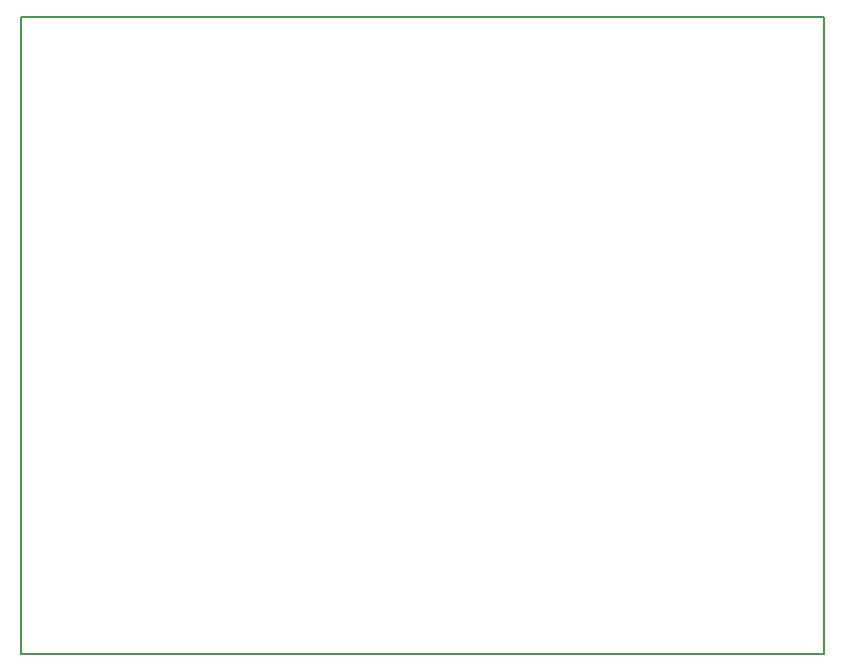
<source format=gbr>
G04 #@! TF.GenerationSoftware,KiCad,Pcbnew,5.1.5+dfsg1-2build2*
G04 #@! TF.CreationDate,2020-11-02T20:18:05+01:00*
G04 #@! TF.ProjectId,power-supply,706f7765-722d-4737-9570-706c792e6b69,rev?*
G04 #@! TF.SameCoordinates,PX1dac6f8PY1760218*
G04 #@! TF.FileFunction,Profile,NP*
%FSLAX46Y46*%
G04 Gerber Fmt 4.6, Leading zero omitted, Abs format (unit mm)*
G04 Created by KiCad (PCBNEW 5.1.5+dfsg1-2build2) date 2020-11-02 20:18:05*
%MOMM*%
%LPD*%
G04 APERTURE LIST*
%ADD10C,0.150000*%
G04 APERTURE END LIST*
D10*
X0Y-53975000D02*
X67945000Y-53975000D01*
X0Y0D02*
X0Y-53975000D01*
X67945000Y0D02*
X0Y0D01*
X67945000Y-53975000D02*
X67945000Y0D01*
M02*

</source>
